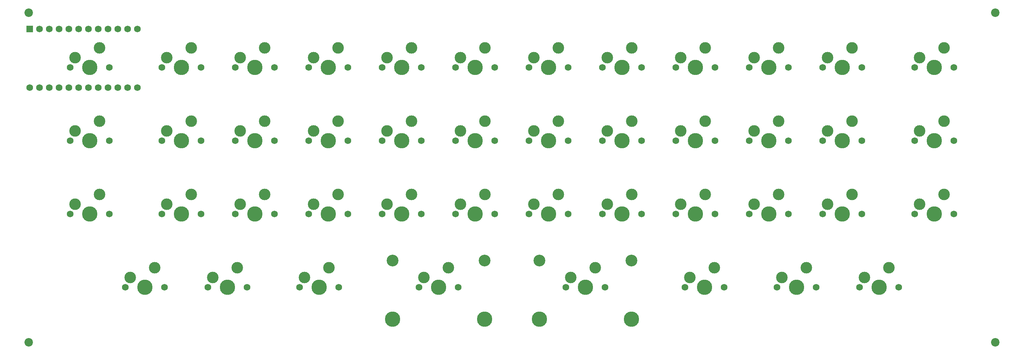
<source format=gbr>
G04 #@! TF.GenerationSoftware,KiCad,Pcbnew,5.1.10-88a1d61d58~88~ubuntu18.04.1*
G04 #@! TF.CreationDate,2022-03-10T08:37:22-06:00*
G04 #@! TF.ProjectId,keyboard,6b657962-6f61-4726-942e-6b696361645f,rev?*
G04 #@! TF.SameCoordinates,Original*
G04 #@! TF.FileFunction,Soldermask,Top*
G04 #@! TF.FilePolarity,Negative*
%FSLAX46Y46*%
G04 Gerber Fmt 4.6, Leading zero omitted, Abs format (unit mm)*
G04 Created by KiCad (PCBNEW 5.1.10-88a1d61d58~88~ubuntu18.04.1) date 2022-03-10 08:37:22*
%MOMM*%
%LPD*%
G01*
G04 APERTURE LIST*
%ADD10C,2.200000*%
%ADD11C,1.750000*%
%ADD12C,3.000000*%
%ADD13C,3.987800*%
%ADD14C,3.048000*%
%ADD15C,1.752600*%
%ADD16R,1.752600X1.752600*%
G04 APERTURE END LIST*
D10*
X241284800Y-73020400D03*
X241284800Y12699200D03*
X-9524400Y-73020400D03*
X-9524400Y12699200D03*
D11*
X194774300Y-58733800D03*
X184614300Y-58733800D03*
D12*
X185884300Y-56193800D03*
D13*
X189694300Y-58733800D03*
D12*
X192234300Y-53653800D03*
D11*
X47146100Y-58733800D03*
X36986100Y-58733800D03*
D12*
X38256100Y-56193800D03*
D13*
X42066100Y-58733800D03*
D12*
X44606100Y-53653800D03*
D11*
X170963300Y-58733800D03*
X160803300Y-58733800D03*
D12*
X162073300Y-56193800D03*
D13*
X165883300Y-58733800D03*
D12*
X168423300Y-53653800D03*
D11*
X70957100Y-58733800D03*
X60797100Y-58733800D03*
D12*
X62067100Y-56193800D03*
D13*
X65877100Y-58733800D03*
D12*
X68417100Y-53653800D03*
D11*
X216204200Y-58733800D03*
X206044200Y-58733800D03*
D12*
X207314200Y-56193800D03*
D13*
X211124200Y-58733800D03*
D12*
X213664200Y-53653800D03*
D13*
X122991000Y-66988800D03*
X146867000Y-66988800D03*
D14*
X122991000Y-51748800D03*
X146867000Y-51748800D03*
D11*
X140009000Y-58733800D03*
X129849000Y-58733800D03*
D12*
X131119000Y-56193800D03*
D13*
X134929000Y-58733800D03*
D12*
X137469000Y-53653800D03*
D13*
X84893400Y-66988800D03*
X108769400Y-66988800D03*
D14*
X84893400Y-51748800D03*
X108769400Y-51748800D03*
D11*
X101911400Y-58733800D03*
X91751400Y-58733800D03*
D12*
X93021400Y-56193800D03*
D13*
X96831400Y-58733800D03*
D12*
X99371400Y-53653800D03*
D11*
X25716200Y-58733800D03*
X15556200Y-58733800D03*
D12*
X16826200Y-56193800D03*
D13*
X20636200Y-58733800D03*
D12*
X23176200Y-53653800D03*
D11*
X111435800Y-39685000D03*
X101275800Y-39685000D03*
D12*
X102545800Y-37145000D03*
D13*
X106355800Y-39685000D03*
D12*
X108895800Y-34605000D03*
D11*
X54289400Y-39685000D03*
X44129400Y-39685000D03*
D12*
X45399400Y-37145000D03*
D13*
X49209400Y-39685000D03*
D12*
X51749400Y-34605000D03*
D11*
X130484600Y-39685000D03*
X120324600Y-39685000D03*
D12*
X121594600Y-37145000D03*
D13*
X125404600Y-39685000D03*
D12*
X127944600Y-34605000D03*
D11*
X35240600Y-39685000D03*
X25080600Y-39685000D03*
D12*
X26350600Y-37145000D03*
D13*
X30160600Y-39685000D03*
D12*
X32700600Y-34605000D03*
D11*
X149533400Y-39685000D03*
X139373400Y-39685000D03*
D12*
X140643400Y-37145000D03*
D13*
X144453400Y-39685000D03*
D12*
X146993400Y-34605000D03*
D11*
X11429600Y-39685000D03*
X1269600Y-39685000D03*
D12*
X2539600Y-37145000D03*
D13*
X6349600Y-39685000D03*
D12*
X8889600Y-34605000D03*
D11*
X168582200Y-39685000D03*
X158422200Y-39685000D03*
D12*
X159692200Y-37145000D03*
D13*
X163502200Y-39685000D03*
D12*
X166042200Y-34605000D03*
D11*
X73338200Y-39685000D03*
X63178200Y-39685000D03*
D12*
X64448200Y-37145000D03*
D13*
X68258200Y-39685000D03*
D12*
X70798200Y-34605000D03*
D11*
X187631000Y-39685000D03*
X177471000Y-39685000D03*
D12*
X178741000Y-37145000D03*
D13*
X182551000Y-39685000D03*
D12*
X185091000Y-34605000D03*
D11*
X230490800Y-39685000D03*
X220330800Y-39685000D03*
D12*
X221600800Y-37145000D03*
D13*
X225410800Y-39685000D03*
D12*
X227950800Y-34605000D03*
D11*
X92387000Y-39685000D03*
X82227000Y-39685000D03*
D12*
X83497000Y-37145000D03*
D13*
X87307000Y-39685000D03*
D12*
X89847000Y-34605000D03*
D11*
X206679800Y-39685000D03*
X196519800Y-39685000D03*
D12*
X197789800Y-37145000D03*
D13*
X201599800Y-39685000D03*
D12*
X204139800Y-34605000D03*
D11*
X187631000Y-20636200D03*
X177471000Y-20636200D03*
D12*
X178741000Y-18096200D03*
D13*
X182551000Y-20636200D03*
D12*
X185091000Y-15556200D03*
D11*
X168582200Y-20636200D03*
X158422200Y-20636200D03*
D12*
X159692200Y-18096200D03*
D13*
X163502200Y-20636200D03*
D12*
X166042200Y-15556200D03*
D11*
X230490800Y-20636200D03*
X220330800Y-20636200D03*
D12*
X221600800Y-18096200D03*
D13*
X225410800Y-20636200D03*
D12*
X227950800Y-15556200D03*
D11*
X130484600Y-20636200D03*
X120324600Y-20636200D03*
D12*
X121594600Y-18096200D03*
D13*
X125404600Y-20636200D03*
D12*
X127944600Y-15556200D03*
D11*
X111435800Y-20636200D03*
X101275800Y-20636200D03*
D12*
X102545800Y-18096200D03*
D13*
X106355800Y-20636200D03*
D12*
X108895800Y-15556200D03*
D11*
X92387000Y-20636200D03*
X82227000Y-20636200D03*
D12*
X83497000Y-18096200D03*
D13*
X87307000Y-20636200D03*
D12*
X89847000Y-15556200D03*
D11*
X73338200Y-20636200D03*
X63178200Y-20636200D03*
D12*
X64448200Y-18096200D03*
D13*
X68258200Y-20636200D03*
D12*
X70798200Y-15556200D03*
D11*
X54289400Y-20636200D03*
X44129400Y-20636200D03*
D12*
X45399400Y-18096200D03*
D13*
X49209400Y-20636200D03*
D12*
X51749400Y-15556200D03*
D11*
X35240600Y-20636200D03*
X25080600Y-20636200D03*
D12*
X26350600Y-18096200D03*
D13*
X30160600Y-20636200D03*
D12*
X32700600Y-15556200D03*
D11*
X11429600Y-20636200D03*
X1269600Y-20636200D03*
D12*
X2539600Y-18096200D03*
D13*
X6349600Y-20636200D03*
D12*
X8889600Y-15556200D03*
D11*
X149533400Y-20636200D03*
X139373400Y-20636200D03*
D12*
X140643400Y-18096200D03*
D13*
X144453400Y-20636200D03*
D12*
X146993400Y-15556200D03*
D11*
X206679800Y-20636200D03*
X196519800Y-20636200D03*
D12*
X197789800Y-18096200D03*
D13*
X201599800Y-20636200D03*
D12*
X204139800Y-15556200D03*
D11*
X11429600Y-1587400D03*
X1269600Y-1587400D03*
D12*
X2539600Y952600D03*
D13*
X6349600Y-1587400D03*
D12*
X8889600Y3492600D03*
D11*
X35240600Y-1587400D03*
X25080600Y-1587400D03*
D12*
X26350600Y952600D03*
D13*
X30160600Y-1587400D03*
D12*
X32700600Y3492600D03*
D11*
X54289400Y-1587400D03*
X44129400Y-1587400D03*
D12*
X45399400Y952600D03*
D13*
X49209400Y-1587400D03*
D12*
X51749400Y3492600D03*
D11*
X73338200Y-1587400D03*
X63178200Y-1587400D03*
D12*
X64448200Y952600D03*
D13*
X68258200Y-1587400D03*
D12*
X70798200Y3492600D03*
D11*
X92387000Y-1587400D03*
X82227000Y-1587400D03*
D12*
X83497000Y952600D03*
D13*
X87307000Y-1587400D03*
D12*
X89847000Y3492600D03*
D11*
X111435800Y-1587400D03*
X101275800Y-1587400D03*
D12*
X102545800Y952600D03*
D13*
X106355800Y-1587400D03*
D12*
X108895800Y3492600D03*
D11*
X130484600Y-1587400D03*
X120324600Y-1587400D03*
D12*
X121594600Y952600D03*
D13*
X125404600Y-1587400D03*
D12*
X127944600Y3492600D03*
D11*
X149533400Y-1587400D03*
X139373400Y-1587400D03*
D12*
X140643400Y952600D03*
D13*
X144453400Y-1587400D03*
D12*
X146993400Y3492600D03*
D11*
X168582200Y-1587400D03*
X158422200Y-1587400D03*
D12*
X159692200Y952600D03*
D13*
X163502200Y-1587400D03*
D12*
X166042200Y3492600D03*
D11*
X187631000Y-1587400D03*
X177471000Y-1587400D03*
D12*
X178741000Y952600D03*
D13*
X182551000Y-1587400D03*
D12*
X185091000Y3492600D03*
D11*
X206679800Y-1587400D03*
X196519800Y-1587400D03*
D12*
X197789800Y952600D03*
D13*
X201599800Y-1587400D03*
D12*
X204139800Y3492600D03*
D11*
X230490800Y-1587400D03*
X220330800Y-1587400D03*
D12*
X221600800Y952600D03*
D13*
X225410800Y-1587400D03*
D12*
X227950800Y3492600D03*
D15*
X-9208200Y-6826300D03*
X18731800Y8413700D03*
X-6668200Y-6826300D03*
X-4128200Y-6826300D03*
X-1588200Y-6826300D03*
X951800Y-6826300D03*
X3491800Y-6826300D03*
X6031800Y-6826300D03*
X8571800Y-6826300D03*
X11111800Y-6826300D03*
X13651800Y-6826300D03*
X16191800Y-6826300D03*
X18731800Y-6826300D03*
X16191800Y8413700D03*
X13651800Y8413700D03*
X11111800Y8413700D03*
X8571800Y8413700D03*
X6031800Y8413700D03*
X3491800Y8413700D03*
X951800Y8413700D03*
X-1588200Y8413700D03*
X-4128200Y8413700D03*
X-6668200Y8413700D03*
D16*
X-9208200Y8413700D03*
M02*

</source>
